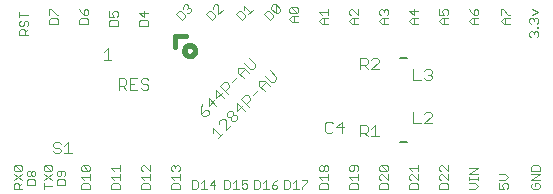
<source format=gto>
G75*
%MOIN*%
%OFA0B0*%
%FSLAX25Y25*%
%IPPOS*%
%LPD*%
%AMOC8*
5,1,8,0,0,1.08239X$1,22.5*
%
%ADD10C,0.00300*%
%ADD11C,0.01600*%
%ADD12C,0.00750*%
D10*
X0003573Y0012400D02*
X0003573Y0013851D01*
X0004056Y0014335D01*
X0005024Y0014335D01*
X0005508Y0013851D01*
X0005508Y0012400D01*
X0006475Y0012400D02*
X0003573Y0012400D01*
X0005508Y0013367D02*
X0006475Y0014335D01*
X0007948Y0013650D02*
X0007948Y0015101D01*
X0008431Y0015585D01*
X0010366Y0015585D01*
X0010850Y0015101D01*
X0010850Y0013650D01*
X0007948Y0013650D01*
X0006475Y0015347D02*
X0003573Y0017281D01*
X0004056Y0018293D02*
X0003573Y0018777D01*
X0003573Y0019744D01*
X0004056Y0020228D01*
X0005991Y0018293D01*
X0006475Y0018777D01*
X0006475Y0019744D01*
X0005991Y0020228D01*
X0004056Y0020228D01*
X0004056Y0018293D02*
X0005991Y0018293D01*
X0006475Y0017281D02*
X0003573Y0015347D01*
X0007948Y0017080D02*
X0007948Y0018048D01*
X0008431Y0018531D01*
X0008915Y0018531D01*
X0009399Y0018048D01*
X0009399Y0017080D01*
X0008915Y0016597D01*
X0008431Y0016597D01*
X0007948Y0017080D01*
X0009399Y0017080D02*
X0009883Y0016597D01*
X0010366Y0016597D01*
X0010850Y0017080D01*
X0010850Y0018048D01*
X0010366Y0018531D01*
X0009883Y0018531D01*
X0009399Y0018048D01*
X0013573Y0018777D02*
X0013573Y0019744D01*
X0014056Y0020228D01*
X0015991Y0018293D01*
X0016475Y0018777D01*
X0016475Y0019744D01*
X0015991Y0020228D01*
X0014056Y0020228D01*
X0013573Y0018777D02*
X0014056Y0018293D01*
X0015991Y0018293D01*
X0016475Y0017281D02*
X0013573Y0015347D01*
X0013573Y0017281D02*
X0016475Y0015347D01*
X0017948Y0015101D02*
X0017948Y0013650D01*
X0020850Y0013650D01*
X0020850Y0015101D01*
X0020366Y0015585D01*
X0018431Y0015585D01*
X0017948Y0015101D01*
X0018431Y0016597D02*
X0018915Y0016597D01*
X0019399Y0017080D01*
X0019399Y0018531D01*
X0020366Y0018531D02*
X0018431Y0018531D01*
X0017948Y0018048D01*
X0017948Y0017080D01*
X0018431Y0016597D01*
X0020366Y0016597D02*
X0020850Y0017080D01*
X0020850Y0018048D01*
X0020366Y0018531D01*
X0026073Y0018777D02*
X0026556Y0018293D01*
X0028491Y0018293D01*
X0026556Y0020228D01*
X0028491Y0020228D01*
X0028975Y0019744D01*
X0028975Y0018777D01*
X0028491Y0018293D01*
X0028975Y0017281D02*
X0028975Y0015347D01*
X0028975Y0016314D02*
X0026073Y0016314D01*
X0027040Y0015347D01*
X0026556Y0014335D02*
X0026073Y0013851D01*
X0026073Y0012400D01*
X0028975Y0012400D01*
X0028975Y0013851D01*
X0028491Y0014335D01*
X0026556Y0014335D01*
X0036073Y0013851D02*
X0036073Y0012400D01*
X0038975Y0012400D01*
X0038975Y0013851D01*
X0038491Y0014335D01*
X0036556Y0014335D01*
X0036073Y0013851D01*
X0037040Y0015347D02*
X0036073Y0016314D01*
X0038975Y0016314D01*
X0038975Y0015347D02*
X0038975Y0017281D01*
X0038975Y0018293D02*
X0038975Y0020228D01*
X0038975Y0019261D02*
X0036073Y0019261D01*
X0037040Y0018293D01*
X0046073Y0018777D02*
X0046556Y0018293D01*
X0046073Y0018777D02*
X0046073Y0019744D01*
X0046556Y0020228D01*
X0047040Y0020228D01*
X0048975Y0018293D01*
X0048975Y0020228D01*
X0048975Y0017281D02*
X0048975Y0015347D01*
X0048975Y0016314D02*
X0046073Y0016314D01*
X0047040Y0015347D01*
X0046556Y0014335D02*
X0046073Y0013851D01*
X0046073Y0012400D01*
X0048975Y0012400D01*
X0048975Y0013851D01*
X0048491Y0014335D01*
X0046556Y0014335D01*
X0056073Y0013851D02*
X0056073Y0012400D01*
X0058975Y0012400D01*
X0058975Y0013851D01*
X0058491Y0014335D01*
X0056556Y0014335D01*
X0056073Y0013851D01*
X0057040Y0015347D02*
X0056073Y0016314D01*
X0058975Y0016314D01*
X0058975Y0015347D02*
X0058975Y0017281D01*
X0058491Y0018293D02*
X0058975Y0018777D01*
X0058975Y0019744D01*
X0058491Y0020228D01*
X0058008Y0020228D01*
X0057524Y0019744D01*
X0057524Y0019261D01*
X0057524Y0019744D02*
X0057040Y0020228D01*
X0056556Y0020228D01*
X0056073Y0019744D01*
X0056073Y0018777D01*
X0056556Y0018293D01*
X0063025Y0015302D02*
X0064476Y0015302D01*
X0064960Y0014819D01*
X0064960Y0012884D01*
X0064476Y0012400D01*
X0063025Y0012400D01*
X0063025Y0015302D01*
X0065972Y0014335D02*
X0066939Y0015302D01*
X0066939Y0012400D01*
X0065972Y0012400D02*
X0067906Y0012400D01*
X0068918Y0013851D02*
X0070853Y0013851D01*
X0070369Y0015302D02*
X0068918Y0013851D01*
X0070369Y0012400D02*
X0070369Y0015302D01*
X0073650Y0015302D02*
X0075101Y0015302D01*
X0075585Y0014819D01*
X0075585Y0012884D01*
X0075101Y0012400D01*
X0073650Y0012400D01*
X0073650Y0015302D01*
X0076597Y0014335D02*
X0077564Y0015302D01*
X0077564Y0012400D01*
X0076597Y0012400D02*
X0078531Y0012400D01*
X0079543Y0012884D02*
X0080027Y0012400D01*
X0080994Y0012400D01*
X0081478Y0012884D01*
X0081478Y0013851D01*
X0080994Y0014335D01*
X0080511Y0014335D01*
X0079543Y0013851D01*
X0079543Y0015302D01*
X0081478Y0015302D01*
X0083650Y0015302D02*
X0085101Y0015302D01*
X0085585Y0014819D01*
X0085585Y0012884D01*
X0085101Y0012400D01*
X0083650Y0012400D01*
X0083650Y0015302D01*
X0086597Y0014335D02*
X0087564Y0015302D01*
X0087564Y0012400D01*
X0086597Y0012400D02*
X0088531Y0012400D01*
X0089543Y0012884D02*
X0090027Y0012400D01*
X0090994Y0012400D01*
X0091478Y0012884D01*
X0091478Y0013367D01*
X0090994Y0013851D01*
X0089543Y0013851D01*
X0089543Y0012884D01*
X0089543Y0013851D02*
X0090511Y0014819D01*
X0091478Y0015302D01*
X0093650Y0015302D02*
X0095101Y0015302D01*
X0095585Y0014819D01*
X0095585Y0012884D01*
X0095101Y0012400D01*
X0093650Y0012400D01*
X0093650Y0015302D01*
X0096597Y0014335D02*
X0097564Y0015302D01*
X0097564Y0012400D01*
X0096597Y0012400D02*
X0098531Y0012400D01*
X0099543Y0012400D02*
X0099543Y0012884D01*
X0101478Y0014819D01*
X0101478Y0015302D01*
X0099543Y0015302D01*
X0105448Y0016314D02*
X0106415Y0015347D01*
X0105448Y0016314D02*
X0108350Y0016314D01*
X0108350Y0015347D02*
X0108350Y0017281D01*
X0107866Y0018293D02*
X0107383Y0018293D01*
X0106899Y0018777D01*
X0106899Y0019744D01*
X0107383Y0020228D01*
X0107866Y0020228D01*
X0108350Y0019744D01*
X0108350Y0018777D01*
X0107866Y0018293D01*
X0106899Y0018777D02*
X0106415Y0018293D01*
X0105931Y0018293D01*
X0105448Y0018777D01*
X0105448Y0019744D01*
X0105931Y0020228D01*
X0106415Y0020228D01*
X0106899Y0019744D01*
X0115448Y0019744D02*
X0115448Y0018777D01*
X0115931Y0018293D01*
X0116415Y0018293D01*
X0116899Y0018777D01*
X0116899Y0020228D01*
X0117866Y0020228D02*
X0115931Y0020228D01*
X0115448Y0019744D01*
X0117866Y0020228D02*
X0118350Y0019744D01*
X0118350Y0018777D01*
X0117866Y0018293D01*
X0118350Y0017281D02*
X0118350Y0015347D01*
X0118350Y0016314D02*
X0115448Y0016314D01*
X0116415Y0015347D01*
X0115931Y0014335D02*
X0115448Y0013851D01*
X0115448Y0012400D01*
X0118350Y0012400D01*
X0118350Y0013851D01*
X0117866Y0014335D01*
X0115931Y0014335D01*
X0108350Y0013851D02*
X0108350Y0012400D01*
X0105448Y0012400D01*
X0105448Y0013851D01*
X0105931Y0014335D01*
X0107866Y0014335D01*
X0108350Y0013851D01*
X0125448Y0013851D02*
X0125448Y0012400D01*
X0128350Y0012400D01*
X0128350Y0013851D01*
X0127866Y0014335D01*
X0125931Y0014335D01*
X0125448Y0013851D01*
X0125931Y0015347D02*
X0125448Y0015830D01*
X0125448Y0016798D01*
X0125931Y0017281D01*
X0126415Y0017281D01*
X0128350Y0015347D01*
X0128350Y0017281D01*
X0127866Y0018293D02*
X0125931Y0018293D01*
X0125448Y0018777D01*
X0125448Y0019744D01*
X0125931Y0020228D01*
X0127866Y0018293D01*
X0128350Y0018777D01*
X0128350Y0019744D01*
X0127866Y0020228D01*
X0125931Y0020228D01*
X0135448Y0019261D02*
X0136415Y0018293D01*
X0136415Y0017281D02*
X0135931Y0017281D01*
X0135448Y0016798D01*
X0135448Y0015830D01*
X0135931Y0015347D01*
X0135931Y0014335D02*
X0135448Y0013851D01*
X0135448Y0012400D01*
X0138350Y0012400D01*
X0138350Y0013851D01*
X0137866Y0014335D01*
X0135931Y0014335D01*
X0138350Y0015347D02*
X0136415Y0017281D01*
X0138350Y0017281D02*
X0138350Y0015347D01*
X0138350Y0018293D02*
X0138350Y0020228D01*
X0138350Y0019261D02*
X0135448Y0019261D01*
X0145448Y0019744D02*
X0145448Y0018777D01*
X0145931Y0018293D01*
X0145931Y0017281D02*
X0145448Y0016798D01*
X0145448Y0015830D01*
X0145931Y0015347D01*
X0146415Y0017281D02*
X0148350Y0015347D01*
X0148350Y0017281D01*
X0148350Y0018293D02*
X0146415Y0020228D01*
X0145931Y0020228D01*
X0145448Y0019744D01*
X0148350Y0020228D02*
X0148350Y0018293D01*
X0146415Y0017281D02*
X0145931Y0017281D01*
X0145931Y0014335D02*
X0145448Y0013851D01*
X0145448Y0012400D01*
X0148350Y0012400D01*
X0148350Y0013851D01*
X0147866Y0014335D01*
X0145931Y0014335D01*
X0155448Y0014335D02*
X0157383Y0014335D01*
X0158350Y0013367D01*
X0157383Y0012400D01*
X0155448Y0012400D01*
X0155448Y0015347D02*
X0155448Y0016314D01*
X0155448Y0015830D02*
X0158350Y0015830D01*
X0158350Y0015347D02*
X0158350Y0016314D01*
X0158350Y0017311D02*
X0155448Y0017311D01*
X0158350Y0019246D01*
X0155448Y0019246D01*
X0165448Y0017281D02*
X0167383Y0017281D01*
X0168350Y0016314D01*
X0167383Y0015347D01*
X0165448Y0015347D01*
X0165448Y0014335D02*
X0165448Y0012400D01*
X0166899Y0012400D01*
X0166415Y0013367D01*
X0166415Y0013851D01*
X0166899Y0014335D01*
X0167866Y0014335D01*
X0168350Y0013851D01*
X0168350Y0012884D01*
X0167866Y0012400D01*
X0176073Y0012884D02*
X0176556Y0012400D01*
X0178491Y0012400D01*
X0178975Y0012884D01*
X0178975Y0013851D01*
X0178491Y0014335D01*
X0177524Y0014335D01*
X0177524Y0013367D01*
X0176556Y0014335D02*
X0176073Y0013851D01*
X0176073Y0012884D01*
X0176073Y0015347D02*
X0178975Y0017281D01*
X0176073Y0017281D01*
X0176073Y0018293D02*
X0176073Y0019744D01*
X0176556Y0020228D01*
X0178491Y0020228D01*
X0178975Y0019744D01*
X0178975Y0018293D01*
X0176073Y0018293D01*
X0176073Y0015347D02*
X0178975Y0015347D01*
X0142927Y0034275D02*
X0140458Y0034275D01*
X0142927Y0036744D01*
X0142927Y0037361D01*
X0142310Y0037978D01*
X0141075Y0037978D01*
X0140458Y0037361D01*
X0136775Y0037978D02*
X0136775Y0034275D01*
X0139244Y0034275D01*
X0125311Y0029900D02*
X0122842Y0029900D01*
X0121627Y0029900D02*
X0120393Y0031134D01*
X0121010Y0031134D02*
X0119159Y0031134D01*
X0119159Y0029900D02*
X0119159Y0033603D01*
X0121010Y0033603D01*
X0121627Y0032986D01*
X0121627Y0031752D01*
X0121010Y0031134D01*
X0122842Y0032369D02*
X0124076Y0033603D01*
X0124076Y0029900D01*
X0113552Y0033002D02*
X0111083Y0033002D01*
X0112935Y0034853D01*
X0112935Y0031150D01*
X0109869Y0031767D02*
X0109252Y0031150D01*
X0108017Y0031150D01*
X0107400Y0031767D01*
X0107400Y0034236D01*
X0108017Y0034853D01*
X0109252Y0034853D01*
X0109869Y0034236D01*
X0087251Y0044963D02*
X0085506Y0046709D01*
X0085506Y0048455D01*
X0087251Y0048455D01*
X0088997Y0046709D01*
X0089419Y0048004D02*
X0090292Y0048004D01*
X0091165Y0048877D01*
X0091165Y0049750D01*
X0088983Y0051932D01*
X0087237Y0050186D02*
X0089419Y0048004D01*
X0087688Y0048018D02*
X0085942Y0046273D01*
X0085083Y0045414D02*
X0083338Y0043668D01*
X0082479Y0042810D02*
X0082479Y0041937D01*
X0081170Y0040627D01*
X0082042Y0039755D02*
X0079424Y0042373D01*
X0080733Y0043682D01*
X0081606Y0043682D01*
X0082479Y0042810D01*
X0078129Y0041078D02*
X0078129Y0038459D01*
X0079875Y0040205D01*
X0080747Y0038459D02*
X0078129Y0041078D01*
X0076397Y0038474D02*
X0075524Y0038474D01*
X0074652Y0037601D01*
X0074652Y0036728D01*
X0075088Y0036292D01*
X0075961Y0036292D01*
X0076834Y0037164D01*
X0077707Y0037164D01*
X0078143Y0036728D01*
X0078143Y0035855D01*
X0077270Y0034982D01*
X0076397Y0034982D01*
X0075961Y0035419D01*
X0075961Y0036292D01*
X0074229Y0035433D02*
X0073793Y0035869D01*
X0072920Y0035869D01*
X0072047Y0034996D01*
X0072047Y0034124D01*
X0074229Y0035433D02*
X0074229Y0031941D01*
X0075975Y0033687D01*
X0073371Y0031083D02*
X0071625Y0029337D01*
X0072498Y0030210D02*
X0069879Y0032828D01*
X0069879Y0031083D01*
X0067686Y0036649D02*
X0068559Y0037521D01*
X0068559Y0038394D01*
X0068123Y0038831D01*
X0067250Y0038831D01*
X0065941Y0037521D01*
X0066814Y0036649D01*
X0067686Y0036649D01*
X0065941Y0037521D02*
X0065941Y0039267D01*
X0066377Y0040576D01*
X0068545Y0040126D02*
X0068545Y0042744D01*
X0071164Y0040126D01*
X0070291Y0041871D02*
X0068545Y0040126D01*
X0071149Y0042730D02*
X0072895Y0044476D01*
X0074190Y0044898D02*
X0075500Y0046207D01*
X0075500Y0047080D01*
X0074627Y0047953D01*
X0073754Y0047953D01*
X0072445Y0046644D01*
X0075063Y0044025D01*
X0073768Y0042730D02*
X0071149Y0045349D01*
X0071149Y0042730D01*
X0076397Y0038474D02*
X0076834Y0038037D01*
X0076834Y0037164D01*
X0076358Y0047939D02*
X0078104Y0049685D01*
X0078963Y0050543D02*
X0080708Y0052289D01*
X0080272Y0052725D02*
X0078526Y0052725D01*
X0078526Y0050980D01*
X0080272Y0049234D01*
X0082018Y0050980D02*
X0080272Y0052725D01*
X0080258Y0054457D02*
X0082440Y0052275D01*
X0083313Y0052275D01*
X0084185Y0053148D01*
X0084185Y0054020D01*
X0082003Y0056203D01*
X0105448Y0068367D02*
X0106415Y0067400D01*
X0108350Y0067400D01*
X0106899Y0067400D02*
X0106899Y0069335D01*
X0106415Y0069335D02*
X0108350Y0069335D01*
X0108350Y0070347D02*
X0108350Y0072281D01*
X0108350Y0071314D02*
X0105448Y0071314D01*
X0106415Y0070347D01*
X0106415Y0069335D02*
X0105448Y0068367D01*
X0098350Y0068025D02*
X0096415Y0068025D01*
X0095448Y0068992D01*
X0096415Y0069960D01*
X0098350Y0069960D01*
X0096899Y0069960D02*
X0096899Y0068025D01*
X0097866Y0070972D02*
X0095931Y0070972D01*
X0095448Y0071455D01*
X0095448Y0072423D01*
X0095931Y0072906D01*
X0097866Y0070972D01*
X0098350Y0071455D01*
X0098350Y0072423D01*
X0097866Y0072906D01*
X0095931Y0072906D01*
X0092235Y0072506D02*
X0092235Y0071822D01*
X0091551Y0071138D01*
X0090866Y0071138D01*
X0090866Y0073874D01*
X0092235Y0072506D01*
X0090866Y0071138D02*
X0089498Y0072506D01*
X0089498Y0073190D01*
X0090182Y0073874D01*
X0090866Y0073874D01*
X0088783Y0071791D02*
X0088099Y0071791D01*
X0087073Y0070764D01*
X0089125Y0068712D01*
X0090151Y0069738D01*
X0090151Y0070422D01*
X0088783Y0071791D01*
X0083202Y0072164D02*
X0081834Y0070796D01*
X0082518Y0071480D02*
X0080465Y0073532D01*
X0080465Y0072164D01*
X0079408Y0071791D02*
X0078724Y0071791D01*
X0077698Y0070764D01*
X0079750Y0068712D01*
X0080776Y0069738D01*
X0080776Y0070422D01*
X0079408Y0071791D01*
X0073202Y0072164D02*
X0071834Y0070796D01*
X0071834Y0073532D01*
X0071491Y0073874D01*
X0070807Y0073874D01*
X0070123Y0073190D01*
X0070123Y0072506D01*
X0069408Y0071791D02*
X0068724Y0071791D01*
X0067698Y0070764D01*
X0069750Y0068712D01*
X0070776Y0069738D01*
X0070776Y0070422D01*
X0069408Y0071791D01*
X0062860Y0071822D02*
X0062176Y0071138D01*
X0061491Y0071138D01*
X0060776Y0070422D02*
X0059408Y0071791D01*
X0058724Y0071791D01*
X0057698Y0070764D01*
X0059750Y0068712D01*
X0060776Y0069738D01*
X0060776Y0070422D01*
X0060123Y0072506D02*
X0060123Y0073190D01*
X0060807Y0073874D01*
X0061491Y0073874D01*
X0061834Y0073532D01*
X0061834Y0072848D01*
X0062518Y0072848D01*
X0062860Y0072506D01*
X0062860Y0071822D01*
X0061834Y0072848D02*
X0061491Y0072506D01*
X0048350Y0071173D02*
X0045448Y0071173D01*
X0046899Y0069722D01*
X0046899Y0071656D01*
X0047866Y0068710D02*
X0045931Y0068710D01*
X0045448Y0068226D01*
X0045448Y0066775D01*
X0048350Y0066775D01*
X0048350Y0068226D01*
X0047866Y0068710D01*
X0038350Y0068226D02*
X0038350Y0066775D01*
X0035448Y0066775D01*
X0035448Y0068226D01*
X0035931Y0068710D01*
X0037866Y0068710D01*
X0038350Y0068226D01*
X0037866Y0069722D02*
X0038350Y0070205D01*
X0038350Y0071173D01*
X0037866Y0071656D01*
X0036899Y0071656D01*
X0036415Y0071173D01*
X0036415Y0070689D01*
X0036899Y0069722D01*
X0035448Y0069722D01*
X0035448Y0071656D01*
X0028350Y0071798D02*
X0028350Y0070830D01*
X0027866Y0070347D01*
X0026899Y0070347D01*
X0026899Y0071798D01*
X0027383Y0072281D01*
X0027866Y0072281D01*
X0028350Y0071798D01*
X0026899Y0070347D02*
X0025931Y0071314D01*
X0025448Y0072281D01*
X0025931Y0069335D02*
X0025448Y0068851D01*
X0025448Y0067400D01*
X0028350Y0067400D01*
X0028350Y0068851D01*
X0027866Y0069335D01*
X0025931Y0069335D01*
X0018350Y0068851D02*
X0018350Y0067400D01*
X0015448Y0067400D01*
X0015448Y0068851D01*
X0015931Y0069335D01*
X0017866Y0069335D01*
X0018350Y0068851D01*
X0018350Y0070347D02*
X0017866Y0070347D01*
X0015931Y0072281D01*
X0015448Y0072281D01*
X0015448Y0070347D01*
X0008350Y0070511D02*
X0005448Y0070511D01*
X0005448Y0071478D02*
X0005448Y0069543D01*
X0005931Y0068531D02*
X0005448Y0068048D01*
X0005448Y0067080D01*
X0005931Y0066597D01*
X0006415Y0066597D01*
X0006899Y0067080D01*
X0006899Y0068048D01*
X0007383Y0068531D01*
X0007866Y0068531D01*
X0008350Y0068048D01*
X0008350Y0067080D01*
X0007866Y0066597D01*
X0008350Y0065585D02*
X0007383Y0064617D01*
X0007383Y0065101D02*
X0006899Y0065585D01*
X0005931Y0065585D01*
X0005448Y0065101D01*
X0005448Y0063650D01*
X0008350Y0063650D01*
X0007383Y0063650D02*
X0007383Y0065101D01*
X0033650Y0057994D02*
X0034884Y0059228D01*
X0034884Y0055525D01*
X0033650Y0055525D02*
X0036119Y0055525D01*
X0038650Y0049228D02*
X0040502Y0049228D01*
X0041119Y0048611D01*
X0041119Y0047377D01*
X0040502Y0046759D01*
X0038650Y0046759D01*
X0039884Y0046759D02*
X0041119Y0045525D01*
X0042333Y0045525D02*
X0044802Y0045525D01*
X0046016Y0046142D02*
X0046633Y0045525D01*
X0047868Y0045525D01*
X0048485Y0046142D01*
X0048485Y0046759D01*
X0047868Y0047377D01*
X0046633Y0047377D01*
X0046016Y0047994D01*
X0046016Y0048611D01*
X0046633Y0049228D01*
X0047868Y0049228D01*
X0048485Y0048611D01*
X0044802Y0049228D02*
X0042333Y0049228D01*
X0042333Y0045525D01*
X0038650Y0045525D02*
X0038650Y0049228D01*
X0042333Y0047377D02*
X0043568Y0047377D01*
X0021693Y0027978D02*
X0021693Y0024275D01*
X0022927Y0024275D02*
X0020458Y0024275D01*
X0019244Y0024892D02*
X0018627Y0024275D01*
X0017392Y0024275D01*
X0016775Y0024892D01*
X0017392Y0026127D02*
X0018627Y0026127D01*
X0019244Y0025509D01*
X0019244Y0024892D01*
X0017392Y0026127D02*
X0016775Y0026744D01*
X0016775Y0027361D01*
X0017392Y0027978D01*
X0018627Y0027978D01*
X0019244Y0027361D01*
X0020458Y0026744D02*
X0021693Y0027978D01*
X0026556Y0020228D02*
X0026073Y0019744D01*
X0026073Y0018777D01*
X0016475Y0013367D02*
X0013573Y0013367D01*
X0013573Y0012400D02*
X0013573Y0014335D01*
X0119159Y0052400D02*
X0119159Y0056103D01*
X0121010Y0056103D01*
X0121627Y0055486D01*
X0121627Y0054252D01*
X0121010Y0053634D01*
X0119159Y0053634D01*
X0120393Y0053634D02*
X0121627Y0052400D01*
X0122842Y0052400D02*
X0125311Y0054869D01*
X0125311Y0055486D01*
X0124693Y0056103D01*
X0123459Y0056103D01*
X0122842Y0055486D01*
X0122842Y0052400D02*
X0125311Y0052400D01*
X0136775Y0052353D02*
X0136775Y0048650D01*
X0139244Y0048650D01*
X0140458Y0049267D02*
X0141075Y0048650D01*
X0142310Y0048650D01*
X0142927Y0049267D01*
X0142927Y0049884D01*
X0142310Y0050502D01*
X0141693Y0050502D01*
X0142310Y0050502D02*
X0142927Y0051119D01*
X0142927Y0051736D01*
X0142310Y0052353D01*
X0141075Y0052353D01*
X0140458Y0051736D01*
X0138350Y0067400D02*
X0136415Y0067400D01*
X0135448Y0068367D01*
X0136415Y0069335D01*
X0138350Y0069335D01*
X0136899Y0069335D02*
X0136899Y0067400D01*
X0136899Y0070347D02*
X0136899Y0072281D01*
X0138350Y0071798D02*
X0135448Y0071798D01*
X0136899Y0070347D01*
X0145448Y0070347D02*
X0146899Y0070347D01*
X0146415Y0071314D01*
X0146415Y0071798D01*
X0146899Y0072281D01*
X0147866Y0072281D01*
X0148350Y0071798D01*
X0148350Y0070830D01*
X0147866Y0070347D01*
X0148350Y0069335D02*
X0146415Y0069335D01*
X0145448Y0068367D01*
X0146415Y0067400D01*
X0148350Y0067400D01*
X0146899Y0067400D02*
X0146899Y0069335D01*
X0145448Y0070347D02*
X0145448Y0072281D01*
X0155448Y0072281D02*
X0155931Y0071314D01*
X0156899Y0070347D01*
X0156899Y0071798D01*
X0157383Y0072281D01*
X0157866Y0072281D01*
X0158350Y0071798D01*
X0158350Y0070830D01*
X0157866Y0070347D01*
X0156899Y0070347D01*
X0156899Y0069335D02*
X0156899Y0067400D01*
X0156415Y0067400D02*
X0158350Y0067400D01*
X0156415Y0067400D02*
X0155448Y0068367D01*
X0156415Y0069335D01*
X0158350Y0069335D01*
X0166073Y0068367D02*
X0167040Y0067400D01*
X0168975Y0067400D01*
X0167524Y0067400D02*
X0167524Y0069335D01*
X0167040Y0069335D02*
X0168975Y0069335D01*
X0168975Y0070347D02*
X0168491Y0070347D01*
X0166556Y0072281D01*
X0166073Y0072281D01*
X0166073Y0070347D01*
X0167040Y0069335D02*
X0166073Y0068367D01*
X0175448Y0067929D02*
X0175931Y0067445D01*
X0175448Y0067929D02*
X0175448Y0068896D01*
X0175931Y0069380D01*
X0176415Y0069380D01*
X0176899Y0068896D01*
X0177383Y0069380D01*
X0177866Y0069380D01*
X0178350Y0068896D01*
X0178350Y0067929D01*
X0177866Y0067445D01*
X0177866Y0066455D02*
X0178350Y0066455D01*
X0178350Y0065972D01*
X0177866Y0065972D01*
X0177866Y0066455D01*
X0177866Y0064960D02*
X0178350Y0064476D01*
X0178350Y0063509D01*
X0177866Y0063025D01*
X0176899Y0063992D02*
X0176899Y0064476D01*
X0177383Y0064960D01*
X0177866Y0064960D01*
X0176899Y0064476D02*
X0176415Y0064960D01*
X0175931Y0064960D01*
X0175448Y0064476D01*
X0175448Y0063509D01*
X0175931Y0063025D01*
X0176899Y0068412D02*
X0176899Y0068896D01*
X0176415Y0070391D02*
X0178350Y0071359D01*
X0176415Y0072326D01*
X0128350Y0071798D02*
X0128350Y0070830D01*
X0127866Y0070347D01*
X0128350Y0069335D02*
X0126415Y0069335D01*
X0125448Y0068367D01*
X0126415Y0067400D01*
X0128350Y0067400D01*
X0126899Y0067400D02*
X0126899Y0069335D01*
X0125931Y0070347D02*
X0125448Y0070830D01*
X0125448Y0071798D01*
X0125931Y0072281D01*
X0126415Y0072281D01*
X0126899Y0071798D01*
X0127383Y0072281D01*
X0127866Y0072281D01*
X0128350Y0071798D01*
X0126899Y0071798D02*
X0126899Y0071314D01*
X0118350Y0070347D02*
X0116415Y0072281D01*
X0115931Y0072281D01*
X0115448Y0071798D01*
X0115448Y0070830D01*
X0115931Y0070347D01*
X0116415Y0069335D02*
X0118350Y0069335D01*
X0118350Y0070347D02*
X0118350Y0072281D01*
X0116899Y0069335D02*
X0116899Y0067400D01*
X0116415Y0067400D02*
X0115448Y0068367D01*
X0116415Y0069335D01*
X0116415Y0067400D02*
X0118350Y0067400D01*
D11*
X0060482Y0058500D02*
X0060484Y0058583D01*
X0060490Y0058667D01*
X0060500Y0058750D01*
X0060513Y0058832D01*
X0060531Y0058914D01*
X0060553Y0058994D01*
X0060578Y0059074D01*
X0060607Y0059152D01*
X0060639Y0059229D01*
X0060676Y0059305D01*
X0060715Y0059378D01*
X0060759Y0059449D01*
X0060805Y0059519D01*
X0060855Y0059586D01*
X0060908Y0059651D01*
X0060963Y0059713D01*
X0061022Y0059772D01*
X0061084Y0059829D01*
X0061148Y0059882D01*
X0061214Y0059933D01*
X0061283Y0059980D01*
X0061354Y0060024D01*
X0061427Y0060065D01*
X0061502Y0060102D01*
X0061578Y0060135D01*
X0061656Y0060165D01*
X0061736Y0060191D01*
X0061816Y0060214D01*
X0061897Y0060232D01*
X0061980Y0060247D01*
X0062062Y0060258D01*
X0062146Y0060265D01*
X0062229Y0060268D01*
X0062313Y0060267D01*
X0062396Y0060262D01*
X0062479Y0060253D01*
X0062562Y0060240D01*
X0062643Y0060224D01*
X0062724Y0060203D01*
X0062804Y0060179D01*
X0062883Y0060151D01*
X0062960Y0060119D01*
X0063036Y0060084D01*
X0063110Y0060045D01*
X0063182Y0060003D01*
X0063252Y0059957D01*
X0063319Y0059908D01*
X0063385Y0059856D01*
X0063447Y0059801D01*
X0063508Y0059743D01*
X0063565Y0059682D01*
X0063619Y0059619D01*
X0063670Y0059553D01*
X0063719Y0059484D01*
X0063763Y0059414D01*
X0063805Y0059341D01*
X0063843Y0059267D01*
X0063877Y0059191D01*
X0063908Y0059113D01*
X0063935Y0059034D01*
X0063959Y0058954D01*
X0063978Y0058873D01*
X0063994Y0058791D01*
X0064006Y0058708D01*
X0064014Y0058625D01*
X0064018Y0058542D01*
X0064018Y0058458D01*
X0064014Y0058375D01*
X0064006Y0058292D01*
X0063994Y0058209D01*
X0063978Y0058127D01*
X0063959Y0058046D01*
X0063935Y0057966D01*
X0063908Y0057887D01*
X0063877Y0057809D01*
X0063843Y0057733D01*
X0063805Y0057659D01*
X0063763Y0057586D01*
X0063719Y0057516D01*
X0063670Y0057447D01*
X0063619Y0057381D01*
X0063565Y0057318D01*
X0063508Y0057257D01*
X0063447Y0057199D01*
X0063385Y0057144D01*
X0063319Y0057092D01*
X0063252Y0057043D01*
X0063182Y0056997D01*
X0063110Y0056955D01*
X0063036Y0056916D01*
X0062960Y0056881D01*
X0062883Y0056849D01*
X0062804Y0056821D01*
X0062724Y0056797D01*
X0062643Y0056776D01*
X0062562Y0056760D01*
X0062479Y0056747D01*
X0062396Y0056738D01*
X0062313Y0056733D01*
X0062229Y0056732D01*
X0062146Y0056735D01*
X0062062Y0056742D01*
X0061980Y0056753D01*
X0061897Y0056768D01*
X0061816Y0056786D01*
X0061736Y0056809D01*
X0061656Y0056835D01*
X0061578Y0056865D01*
X0061502Y0056898D01*
X0061427Y0056935D01*
X0061354Y0056976D01*
X0061283Y0057020D01*
X0061214Y0057067D01*
X0061148Y0057118D01*
X0061084Y0057171D01*
X0061022Y0057228D01*
X0060963Y0057287D01*
X0060908Y0057349D01*
X0060855Y0057414D01*
X0060805Y0057481D01*
X0060759Y0057551D01*
X0060715Y0057622D01*
X0060676Y0057695D01*
X0060639Y0057771D01*
X0060607Y0057848D01*
X0060578Y0057926D01*
X0060553Y0058006D01*
X0060531Y0058086D01*
X0060513Y0058168D01*
X0060500Y0058250D01*
X0060490Y0058333D01*
X0060484Y0058417D01*
X0060482Y0058500D01*
X0057250Y0059750D02*
X0057250Y0063500D01*
X0061000Y0063500D01*
D12*
X0132250Y0056000D02*
X0134750Y0056000D01*
X0134750Y0027875D02*
X0132250Y0027875D01*
M02*

</source>
